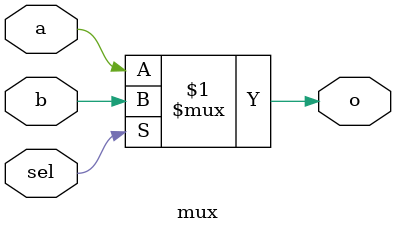
<source format=sv>
module mux (
  input logic a,
  input logic b,
  input logic sel,
  output wire o
  );

assign o = sel ? b : a;

endmodule

</source>
